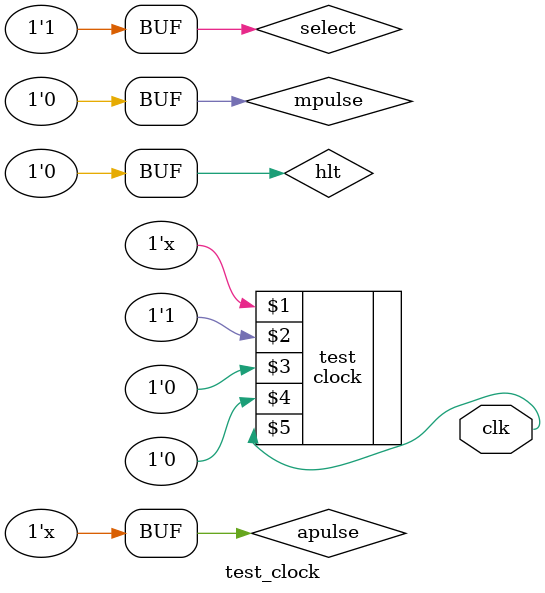
<source format=v>
`timescale 1ns/1ns
`include "../clock/clock.v"

module test_clock (clk);

    reg apulse, select, mpulse, hlt;
    output clk;

    initial apulse = 1;

    initial select = 1; // Selecting astable pulse
    initial mpulse = 0; // Resetting manual pulse
    initial hlt = 0; // Resetting halt signal

    clock test(apulse, select, mpulse, hlt, clk);

    always begin
        #2 apulse = ~apulse;
        #2 apulse = ~apulse;
    end

endmodule
</source>
